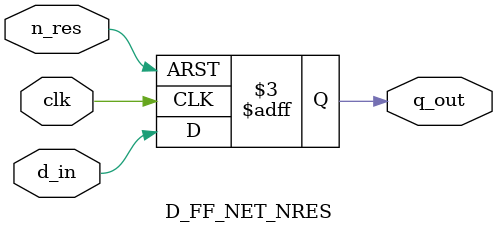
<source format=v>
module D_FF_NET_NRES(d_in, clk, n_res, q_out);

    input d_in, clk, n_res;
    output reg  q_out;


    always @(posedge clk or negedge n_res) begin

        if (~n_res)
            q_out <= 1'b0;
        else
            q_out <= d_in;
        
    end

endmodule
</source>
